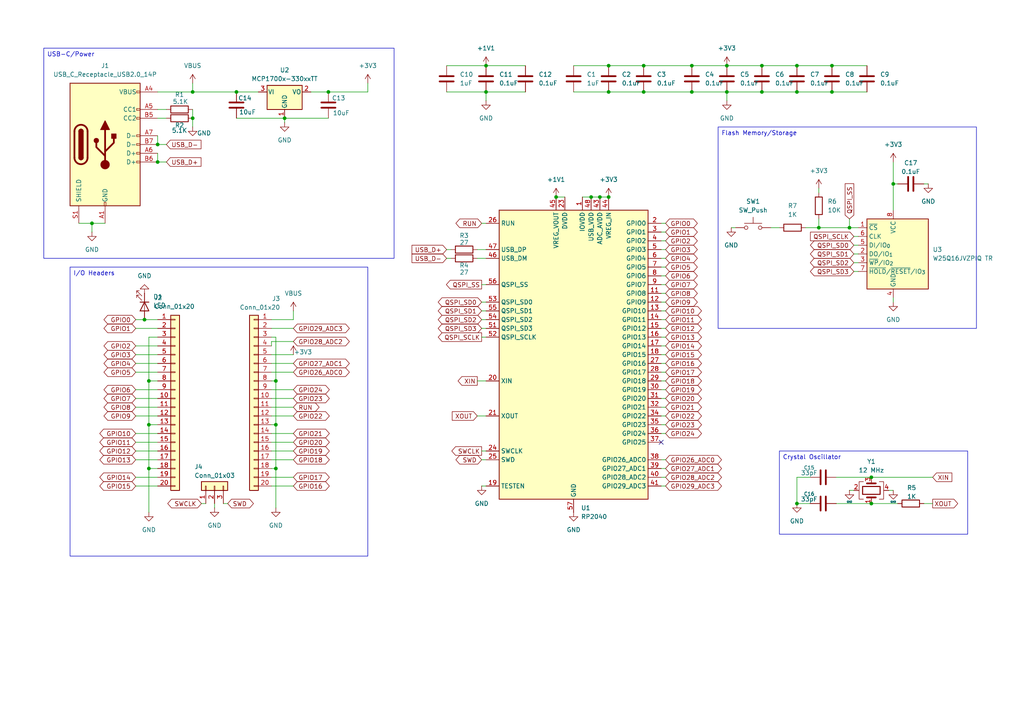
<source format=kicad_sch>
(kicad_sch (version 20250114) (generator "eeschema") (generator_version "9.0")
  (paper "A4")
  (lib_symbols
    (symbol "Connector:USB_C_Receptacle_USB2.0_14P" (pin_names (offset 1.016))
      (property "Reference" "J" (at 0 22.225 0))
      (property "Value" "USB_C_Receptacle_USB2.0_14P" (at 0 19.685 0))
      (symbol "USB_C_Receptacle_USB2.0_14P_1_1"
        (pin passive line (at -7.62 -22.86 90) (length 5.08) (name "SHIELD") (number "S1"))
        (pin passive line (at 0 -22.86 90) (length 5.08) (name "GND") (number "A1"))
        (pin passive line (at 0 -22.86 90) (length 5.08) (hide yes) (name "GND") (number "A12"))
        (pin passive line (at 0 -22.86 90) (length 5.08) (hide yes) (name "GND") (number "B1"))
        (pin passive line (at 0 -22.86 90) (length 5.08) (hide yes) (name "GND") (number "B12"))
        (pin passive line (at 15.24 15.24 180) (length 5.08) (name "VBUS") (number "A4"))
        (pin passive line (at 15.24 15.24 180) (length 5.08) (hide yes) (name "VBUS") (number "A9"))
        (pin passive line (at 15.24 15.24 180) (length 5.08) (hide yes) (name "VBUS") (number "B4"))
        (pin passive line (at 15.24 15.24 180) (length 5.08) (hide yes) (name "VBUS") (number "B9"))
        (pin bidirectional line (at 15.24 10.16 180) (length 5.08) (name "CC1") (number "A5"))
        (pin bidirectional line (at 15.24 7.62 180) (length 5.08) (name "CC2") (number "B5"))
        (pin bidirectional line (at 15.24 2.54 180) (length 5.08) (name "D-") (number "A7"))
        (pin bidirectional line (at 15.24 0 180) (length 5.08) (name "D-") (number "B7"))
        (pin bidirectional line (at 15.24 -2.54 180) (length 5.08) (name "D+") (number "A6"))
        (pin bidirectional line (at 15.24 -5.08 180) (length 5.08) (name "D+") (number "B6"))
      )
    )
    (symbol "Connector_Generic:Conn_01x03" (pin_names (offset 1.016) (hide yes))
      (property "Reference" "J" (at 0 5.08 0))
      (property "Value" "Conn_01x03" (at 0 -5.08 0))
      (symbol "Conn_01x03_1_1"
        (pin passive line (at -5.08 2.54 0) (length 3.81) (name "Pin_1") (number "1"))
        (pin passive line (at -5.08 0 0) (length 3.81) (name "Pin_2") (number "2"))
        (pin passive line (at -5.08 -2.54 0) (length 3.81) (name "Pin_3") (number "3"))
      )
    )
    (symbol "Connector_Generic:Conn_01x20" (pin_names (offset 1.016) (hide yes))
      (property "Reference" "J" (at 0 25.4 0))
      (property "Value" "Conn_01x20" (at 0 -27.94 0))
      (symbol "Conn_01x20_1_1"
        (pin passive line (at -5.08 22.86 0) (length 3.81) (name "Pin_1") (number "1"))
        (pin passive line (at -5.08 20.32 0) (length 3.81) (name "Pin_2") (number "2"))
        (pin passive line (at -5.08 17.78 0) (length 3.81) (name "Pin_3") (number "3"))
        (pin passive line (at -5.08 15.24 0) (length 3.81) (name "Pin_4") (number "4"))
        (pin passive line (at -5.08 12.7 0) (length 3.81) (name "Pin_5") (number "5"))
        (pin passive line (at -5.08 10.16 0) (length 3.81) (name "Pin_6") (number "6"))
        (pin passive line (at -5.08 7.62 0) (length 3.81) (name "Pin_7") (number "7"))
        (pin passive line (at -5.08 5.08 0) (length 3.81) (name "Pin_8") (number "8"))
        (pin passive line (at -5.08 2.54 0) (length 3.81) (name "Pin_9") (number "9"))
        (pin passive line (at -5.08 0 0) (length 3.81) (name "Pin_10") (number "10"))
        (pin passive line (at -5.08 -2.54 0) (length 3.81) (name "Pin_11") (number "11"))
        (pin passive line (at -5.08 -5.08 0) (length 3.81) (name "Pin_12") (number "12"))
        (pin passive line (at -5.08 -7.62 0) (length 3.81) (name "Pin_13") (number "13"))
        (pin passive line (at -5.08 -10.16 0) (length 3.81) (name "Pin_14") (number "14"))
        (pin passive line (at -5.08 -12.7 0) (length 3.81) (name "Pin_15") (number "15"))
        (pin passive line (at -5.08 -15.24 0) (length 3.81) (name "Pin_16") (number "16"))
        (pin passive line (at -5.08 -17.78 0) (length 3.81) (name "Pin_17") (number "17"))
        (pin passive line (at -5.08 -20.32 0) (length 3.81) (name "Pin_18") (number "18"))
        (pin passive line (at -5.08 -22.86 0) (length 3.81) (name "Pin_19") (number "19"))
        (pin passive line (at -5.08 -25.4 0) (length 3.81) (name "Pin_20") (number "20"))
      )
    )
    (symbol "Device:C" (pin_numbers (hide yes)) (pin_names (offset 0.254))
      (property "Reference" "C" (at 0.635 2.54 0))
      (property "Value" "C" (at 0.635 -2.54 0))
      (symbol "C_1_1"
        (pin passive line (at 0 3.81 270) (length 2.794) (name "~") (number "1"))
        (pin passive line (at 0 -3.81 90) (length 2.794) (name "~") (number "2"))
      )
    )
    (symbol "Device:Crystal_GND24" (pin_names (offset 1.016) (hide yes))
      (property "Reference" "Y" (at 3.175 5.08 0))
      (property "Value" "Crystal_GND24" (at 3.175 3.175 0))
      (symbol "Crystal_GND24_1_1"
        (pin passive line (at -3.81 0 0) (length 1.27) (name "1") (number "1"))
        (pin passive line (at 0 5.08 270) (length 1.27) (name "2") (number "2"))
        (pin passive line (at 0 -5.08 90) (length 1.27) (name "4") (number "4"))
        (pin passive line (at 3.81 0 180) (length 1.27) (name "3") (number "3"))
      )
    )
    (symbol "Device:LED" (pin_numbers (hide yes)) (pin_names (offset 1.016) (hide yes))
      (property "Reference" "D" (at 0 2.54 0))
      (property "Value" "LED" (at 0 -2.54 0))
      (symbol "LED_1_1"
        (pin passive line (at -3.81 0 0) (length 2.54) (name "K") (number "1"))
        (pin passive line (at 3.81 0 180) (length 2.54) (name "A") (number "2"))
      )
    )
    (symbol "Device:R" (pin_numbers (hide yes)) (pin_names (offset 0))
      (property "Reference" "R" (at 2.032 0 90))
      (property "Value" "R" (at 0 0 90))
      (symbol "R_1_1"
        (pin passive line (at 0 3.81 270) (length 1.27) (name "~") (number "1"))
        (pin passive line (at 0 -3.81 90) (length 1.27) (name "~") (number "2"))
      )
    )
    (symbol "MCU_RaspberryPi:RP2040"
      (property "Reference" "U" (at 17.78 45.72 0))
      (property "Value" "RP2040" (at 17.78 43.18 0))
      (symbol "RP2040_1_1"
        (pin input line (at -25.4 38.1 0) (length 3.81) (name "RUN") (number "26"))
        (pin bidirectional line (at -25.4 30.48 0) (length 3.81) (name "USB_DP") (number "47"))
        (pin bidirectional line (at -25.4 27.94 0) (length 3.81) (name "USB_DM") (number "46"))
        (pin bidirectional line (at -25.4 20.32 0) (length 3.81) (name "QSPI_SS") (number "56"))
        (pin bidirectional line (at -25.4 15.24 0) (length 3.81) (name "QSPI_SD0") (number "53"))
        (pin bidirectional line (at -25.4 12.7 0) (length 3.81) (name "QSPI_SD1") (number "55"))
        (pin bidirectional line (at -25.4 10.16 0) (length 3.81) (name "QSPI_SD2") (number "54"))
        (pin bidirectional line (at -25.4 7.62 0) (length 3.81) (name "QSPI_SD3") (number "51"))
        (pin output line (at -25.4 5.08 0) (length 3.81) (name "QSPI_SCLK") (number "52"))
        (pin input line (at -25.4 -7.62 0) (length 3.81) (name "XIN") (number "20"))
        (pin passive line (at -25.4 -17.78 0) (length 3.81) (name "XOUT") (number "21"))
        (pin input line (at -25.4 -27.94 0) (length 3.81) (name "SWCLK") (number "24"))
        (pin bidirectional line (at -25.4 -30.48 0) (length 3.81) (name "SWD") (number "25"))
        (pin input line (at -25.4 -38.1 0) (length 3.81) (name "TESTEN") (number "19"))
        (pin power_out line (at -5.08 45.72 270) (length 3.81) (name "VREG_VOUT") (number "45"))
        (pin power_in line (at -2.54 45.72 270) (length 3.81) (name "DVDD") (number "23"))
        (pin passive line (at -2.54 45.72 270) (length 3.81) (hide yes) (name "DVDD") (number "50"))
        (pin power_in line (at 0 -45.72 90) (length 3.81) (name "GND") (number "57"))
        (pin power_in line (at 2.54 45.72 270) (length 3.81) (name "IOVDD") (number "1"))
        (pin passive line (at 2.54 45.72 270) (length 3.81) (hide yes) (name "IOVDD") (number "10"))
        (pin passive line (at 2.54 45.72 270) (length 3.81) (hide yes) (name "IOVDD") (number "22"))
        (pin passive line (at 2.54 45.72 270) (length 3.81) (hide yes) (name "IOVDD") (number "33"))
        (pin passive line (at 2.54 45.72 270) (length 3.81) (hide yes) (name "IOVDD") (number "42"))
        (pin passive line (at 2.54 45.72 270) (length 3.81) (hide yes) (name "IOVDD") (number "49"))
        (pin power_in line (at 5.08 45.72 270) (length 3.81) (name "USB_VDD") (number "48"))
        (pin power_in line (at 7.62 45.72 270) (length 3.81) (name "ADC_AVDD") (number "43"))
        (pin power_in line (at 10.16 45.72 270) (length 3.81) (name "VREG_IN") (number "44"))
        (pin bidirectional line (at 25.4 38.1 180) (length 3.81) (name "GPIO0") (number "2"))
        (pin bidirectional line (at 25.4 35.56 180) (length 3.81) (name "GPIO1") (number "3"))
        (pin bidirectional line (at 25.4 33.02 180) (length 3.81) (name "GPIO2") (number "4"))
        (pin bidirectional line (at 25.4 30.48 180) (length 3.81) (name "GPIO3") (number "5"))
        (pin bidirectional line (at 25.4 27.94 180) (length 3.81) (name "GPIO4") (number "6"))
        (pin bidirectional line (at 25.4 25.4 180) (length 3.81) (name "GPIO5") (number "7"))
        (pin bidirectional line (at 25.4 22.86 180) (length 3.81) (name "GPIO6") (number "8"))
        (pin bidirectional line (at 25.4 20.32 180) (length 3.81) (name "GPIO7") (number "9"))
        (pin bidirectional line (at 25.4 17.78 180) (length 3.81) (name "GPIO8") (number "11"))
        (pin bidirectional line (at 25.4 15.24 180) (length 3.81) (name "GPIO9") (number "12"))
        (pin bidirectional line (at 25.4 12.7 180) (length 3.81) (name "GPIO10") (number "13"))
        (pin bidirectional line (at 25.4 10.16 180) (length 3.81) (name "GPIO11") (number "14"))
        (pin bidirectional line (at 25.4 7.62 180) (length 3.81) (name "GPIO12") (number "15"))
        (pin bidirectional line (at 25.4 5.08 180) (length 3.81) (name "GPIO13") (number "16"))
        (pin bidirectional line (at 25.4 2.54 180) (length 3.81) (name "GPIO14") (number "17"))
        (pin bidirectional line (at 25.4 0 180) (length 3.81) (name "GPIO15") (number "18"))
        (pin bidirectional line (at 25.4 -2.54 180) (length 3.81) (name "GPIO16") (number "27"))
        (pin bidirectional line (at 25.4 -5.08 180) (length 3.81) (name "GPIO17") (number "28"))
        (pin bidirectional line (at 25.4 -7.62 180) (length 3.81) (name "GPIO18") (number "29"))
        (pin bidirectional line (at 25.4 -10.16 180) (length 3.81) (name "GPIO19") (number "30"))
        (pin bidirectional line (at 25.4 -12.7 180) (length 3.81) (name "GPIO20") (number "31"))
        (pin bidirectional line (at 25.4 -15.24 180) (length 3.81) (name "GPIO21") (number "32"))
        (pin bidirectional line (at 25.4 -17.78 180) (length 3.81) (name "GPIO22") (number "34"))
        (pin bidirectional line (at 25.4 -20.32 180) (length 3.81) (name "GPIO23") (number "35"))
        (pin bidirectional line (at 25.4 -22.86 180) (length 3.81) (name "GPIO24") (number "36"))
        (pin bidirectional line (at 25.4 -25.4 180) (length 3.81) (name "GPIO25") (number "37"))
        (pin bidirectional line (at 25.4 -30.48 180) (length 3.81) (name "GPIO26_ADC0") (number "38"))
        (pin bidirectional line (at 25.4 -33.02 180) (length 3.81) (name "GPIO27_ADC1") (number "39"))
        (pin bidirectional line (at 25.4 -35.56 180) (length 3.81) (name "GPIO28_ADC2") (number "40"))
        (pin bidirectional line (at 25.4 -38.1 180) (length 3.81) (name "GPIO29_ADC3") (number "41"))
      )
    )
    (symbol "Memory_Flash:W25Q128JVS"
      (property "Reference" "U" (at -6.35 11.43 0))
      (property "Value" "W25Q128JVS" (at 7.62 11.43 0))
      (symbol "W25Q128JVS_1_1"
        (pin input line (at -10.16 7.62 0) (length 2.54) (name "~{CS}") (number "1"))
        (pin input line (at -10.16 5.08 0) (length 2.54) (name "CLK") (number "6"))
        (pin bidirectional line (at -10.16 2.54 0) (length 2.54) (name "DI/IO_{0}") (number "5"))
        (pin bidirectional line (at -10.16 0 0) (length 2.54) (name "DO/IO_{1}") (number "2"))
        (pin bidirectional line (at -10.16 -2.54 0) (length 2.54) (name "~{WP}/IO_{2}") (number "3"))
        (pin bidirectional line (at -10.16 -5.08 0) (length 2.54) (name "~{HOLD}/~{RESET}/IO_{3}") (number "7"))
        (pin power_in line (at 0 12.7 270) (length 2.54) (name "VCC") (number "8"))
        (pin power_in line (at 0 -12.7 90) (length 2.54) (name "GND") (number "4"))
      )
    )
    (symbol "Regulator_Linear:MCP1700x-330xxTT" (pin_names (offset 0.254))
      (property "Reference" "U" (at -3.81 3.175 0))
      (property "Value" "MCP1700x-330xxTT" (at 0 3.175 0))
      (symbol "MCP1700x-330xxTT_1_1"
        (pin power_in line (at -7.62 0 0) (length 2.54) (name "VI") (number "3"))
        (pin power_in line (at 0 -7.62 90) (length 2.54) (name "GND") (number "1"))
        (pin power_out line (at 7.62 0 180) (length 2.54) (name "VO") (number "2"))
      )
    )
    (symbol "Switch:SW_Push" (pin_numbers (hide yes)) (pin_names (offset 1.016) (hide yes))
      (property "Reference" "SW" (at 1.27 2.54 0))
      (property "Value" "SW_Push" (at 0 -1.524 0))
      (symbol "SW_Push_0_1"
        (pin passive line (at -5.08 0 0) (length 2.54) (name "1") (number "1"))
        (pin passive line (at 5.08 0 180) (length 2.54) (name "2") (number "2"))
      )
    )
    (symbol "power:+1V1" (power) (pin_numbers (hide yes)) (pin_names (offset 0) (hide yes))
      (property "Value" "+1V1" (at 0 3.556 0))
      (symbol "+1V1_1_1"
        (pin power_in line (at 0 0 90) (length 0) (name "~") (number "1"))
      )
    )
    (symbol "power:+3V3" (power) (pin_numbers (hide yes)) (pin_names (offset 0) (hide yes))
      (property "Value" "+3V3" (at 0 3.556 0))
      (symbol "+3V3_1_1"
        (pin power_in line (at 0 0 90) (length 0) (name "~") (number "1"))
      )
    )
    (symbol "power:GND" (power) (pin_numbers (hide yes)) (pin_names (offset 0) (hide yes))
      (property "Value" "GND" (at 0 -3.81 0))
      (symbol "GND_1_1"
        (pin power_in line (at 0 0 270) (length 0) (name "~") (number "1"))
      )
    )
    (symbol "power:VBUS" (power) (pin_numbers (hide yes)) (pin_names (offset 0) (hide yes))
      (property "Value" "VBUS" (at 0 3.556 0))
      (symbol "VBUS_1_1"
        (pin power_in line (at 0 0 90) (length 0) (name "~") (number "1"))
      )
    )
  )
  (text_box "I/O Headers" (at 20.32 77.47 0) (size 86.36 83.82) (margins 0.9525 0.9525 0.9525 0.9525) (effects (font (size 1.27 1.27)) (justify left top)))
  (text_box "Flash Memory/Storage" (at 208.28 36.83 0) (size 74.93 58.42) (margins 0.9525 0.9525 0.9525 0.9525) (effects (font (size 1.27 1.27)) (justify left top)))
  (text_box "USB-C/Power" (at 12.7 13.97 0) (size 101.6 60.96) (margins 0.9525 0.9525 0.9525 0.9525) (effects (font (size 1.27 1.27)) (justify left top)))
  (text_box "Crystal Oscillator\n" (at 226.06 130.81 0) (size 54.61 24.13) (margins 0.9525 0.9525 0.9525 0.9525) (effects (font (size 1.27 1.27)) (justify left top)))
  (junction (at 241.3 19.05))
  (junction (at 140.97 26.67))
  (junction (at 55.88 34.29))
  (junction (at 231.14 19.05))
  (junction (at 200.66 26.67))
  (junction (at 161.29 57.15))
  (junction (at 252.73 138.43))
  (junction (at 80.01 123.19))
  (junction (at 43.18 123.19))
  (junction (at 173.99 57.15))
  (junction (at 241.3 26.67))
  (junction (at 186.69 19.05))
  (junction (at 200.66 19.05))
  (junction (at 176.53 57.15))
  (junction (at 237.49 66.04))
  (junction (at 55.88 26.67))
  (junction (at 41.91 92.71))
  (junction (at 68.58 26.67))
  (junction (at 210.82 19.05))
  (junction (at 82.55 34.29))
  (junction (at 95.25 26.67))
  (junction (at 43.18 110.49))
  (junction (at 210.82 26.67))
  (junction (at 186.69 26.67))
  (junction (at 220.98 26.67))
  (junction (at 252.73 146.05))
  (junction (at 231.14 26.67))
  (junction (at 80.01 135.89))
  (junction (at 220.98 19.05))
  (junction (at 43.18 135.89))
  (junction (at 171.45 57.15))
  (junction (at 231.14 146.05))
  (junction (at 259.08 53.34))
  (junction (at 80.01 110.49))
  (junction (at 246.38 66.04))
  (junction (at 140.97 19.05))
  (junction (at 26.67 64.77))
  (junction (at 176.53 19.05))
  (junction (at 176.53 26.67))
  (junction (at 45.72 46.99))
  (junction (at 45.72 41.91))
  (no_connect (at 191.77 128.27))
  (wire (pts (xy 257.81 142.24) (xy 259.08 142.24)))
  (wire (pts (xy 39.37 102.87) (xy 45.72 102.87)))
  (wire (pts (xy 43.18 97.79) (xy 43.18 110.49)))
  (wire (pts (xy 139.7 140.97) (xy 140.97 140.97)))
  (wire (pts (xy 246.38 63.5) (xy 246.38 66.04)))
  (wire (pts (xy 139.7 130.81) (xy 140.97 130.81)))
  (wire (pts (xy 191.77 115.57) (xy 193.04 115.57)))
  (wire (pts (xy 78.74 99.06) (xy 78.74 100.33)))
  (wire (pts (xy 259.08 53.34) (xy 259.08 60.96)))
  (wire (pts (xy 39.37 92.71) (xy 41.91 92.71)))
  (wire (pts (xy 78.74 125.73) (xy 85.09 125.73)))
  (wire (pts (xy 85.09 99.06) (xy 78.74 99.06)))
  (wire (pts (xy 45.72 34.29) (xy 48.26 34.29)))
  (wire (pts (xy 191.77 64.77) (xy 193.04 64.77)))
  (wire (pts (xy 45.72 31.75) (xy 48.26 31.75)))
  (wire (pts (xy 55.88 36.83) (xy 55.88 34.29)))
  (wire (pts (xy 191.77 74.93) (xy 193.04 74.93)))
  (wire (pts (xy 45.72 26.67) (xy 55.88 26.67)))
  (wire (pts (xy 39.37 128.27) (xy 45.72 128.27)))
  (wire (pts (xy 78.74 97.79) (xy 80.01 97.79)))
  (wire (pts (xy 78.74 138.43) (xy 85.09 138.43)))
  (wire (pts (xy 191.77 80.01) (xy 193.04 80.01)))
  (wire (pts (xy 267.97 53.34) (xy 269.24 53.34)))
  (wire (pts (xy 55.88 24.13) (xy 55.88 26.67)))
  (wire (pts (xy 39.37 118.11) (xy 45.72 118.11)))
  (wire (pts (xy 191.77 113.03) (xy 193.04 113.03)))
  (wire (pts (xy 129.54 72.39) (xy 130.81 72.39)))
  (wire (pts (xy 129.54 19.05) (xy 140.97 19.05)))
  (wire (pts (xy 252.73 146.05) (xy 260.35 146.05)))
  (wire (pts (xy 220.98 26.67) (xy 231.14 26.67)))
  (wire (pts (xy 186.69 19.05) (xy 200.66 19.05)))
  (wire (pts (xy 223.52 66.04) (xy 226.06 66.04)))
  (wire (pts (xy 139.7 90.17) (xy 140.97 90.17)))
  (wire (pts (xy 191.77 133.35) (xy 193.04 133.35)))
  (wire (pts (xy 191.77 97.79) (xy 193.04 97.79)))
  (wire (pts (xy 80.01 110.49) (xy 78.74 110.49)))
  (wire (pts (xy 78.74 105.41) (xy 85.09 105.41)))
  (wire (pts (xy 78.74 113.03) (xy 85.09 113.03)))
  (wire (pts (xy 191.77 102.87) (xy 193.04 102.87)))
  (wire (pts (xy 173.99 57.15) (xy 176.53 57.15)))
  (wire (pts (xy 247.65 76.2) (xy 248.92 76.2)))
  (wire (pts (xy 191.77 72.39) (xy 193.04 72.39)))
  (wire (pts (xy 39.37 138.43) (xy 45.72 138.43)))
  (wire (pts (xy 191.77 125.73) (xy 193.04 125.73)))
  (wire (pts (xy 231.14 19.05) (xy 241.3 19.05)))
  (wire (pts (xy 39.37 100.33) (xy 45.72 100.33)))
  (wire (pts (xy 140.97 29.21) (xy 140.97 26.67)))
  (wire (pts (xy 237.49 63.5) (xy 237.49 66.04)))
  (wire (pts (xy 210.82 26.67) (xy 220.98 26.67)))
  (wire (pts (xy 191.77 67.31) (xy 193.04 67.31)))
  (wire (pts (xy 191.77 140.97) (xy 193.04 140.97)))
  (wire (pts (xy 191.77 135.89) (xy 193.04 135.89)))
  (wire (pts (xy 80.01 97.79) (xy 80.01 110.49)))
  (wire (pts (xy 168.91 57.15) (xy 171.45 57.15)))
  (wire (pts (xy 85.09 90.17) (xy 85.09 92.71)))
  (wire (pts (xy 78.74 120.65) (xy 85.09 120.65)))
  (wire (pts (xy 82.55 34.29) (xy 95.25 34.29)))
  (wire (pts (xy 267.97 146.05) (xy 270.51 146.05)))
  (wire (pts (xy 231.14 138.43) (xy 231.14 146.05)))
  (wire (pts (xy 191.77 138.43) (xy 193.04 138.43)))
  (wire (pts (xy 231.14 146.05) (xy 234.95 146.05)))
  (wire (pts (xy 43.18 123.19) (xy 45.72 123.19)))
  (wire (pts (xy 138.43 110.49) (xy 140.97 110.49)))
  (wire (pts (xy 78.74 95.25) (xy 85.09 95.25)))
  (wire (pts (xy 191.77 90.17) (xy 193.04 90.17)))
  (wire (pts (xy 43.18 135.89) (xy 43.18 148.59)))
  (wire (pts (xy 80.01 135.89) (xy 78.74 135.89)))
  (wire (pts (xy 210.82 29.21) (xy 210.82 26.67)))
  (wire (pts (xy 39.37 125.73) (xy 45.72 125.73)))
  (wire (pts (xy 39.37 140.97) (xy 45.72 140.97)))
  (wire (pts (xy 233.68 66.04) (xy 237.49 66.04)))
  (wire (pts (xy 68.58 34.29) (xy 82.55 34.29)))
  (wire (pts (xy 26.67 64.77) (xy 30.48 64.77)))
  (wire (pts (xy 241.3 19.05) (xy 251.46 19.05)))
  (wire (pts (xy 139.7 64.77) (xy 140.97 64.77)))
  (wire (pts (xy 191.77 118.11) (xy 193.04 118.11)))
  (wire (pts (xy 140.97 26.67) (xy 152.4 26.67)))
  (wire (pts (xy 138.43 120.65) (xy 140.97 120.65)))
  (wire (pts (xy 39.37 120.65) (xy 45.72 120.65)))
  (wire (pts (xy 191.77 110.49) (xy 193.04 110.49)))
  (wire (pts (xy 68.58 26.67) (xy 74.93 26.67)))
  (wire (pts (xy 259.08 53.34) (xy 260.35 53.34)))
  (wire (pts (xy 78.74 118.11) (xy 85.09 118.11)))
  (wire (pts (xy 80.01 123.19) (xy 80.01 135.89)))
  (wire (pts (xy 237.49 54.61) (xy 237.49 55.88)))
  (wire (pts (xy 212.09 66.04) (xy 213.36 66.04)))
  (wire (pts (xy 259.08 46.99) (xy 259.08 53.34)))
  (wire (pts (xy 191.77 92.71) (xy 193.04 92.71)))
  (wire (pts (xy 246.38 66.04) (xy 248.92 66.04)))
  (wire (pts (xy 171.45 57.15) (xy 173.99 57.15)))
  (wire (pts (xy 80.01 123.19) (xy 78.74 123.19)))
  (wire (pts (xy 43.18 110.49) (xy 45.72 110.49)))
  (wire (pts (xy 237.49 66.04) (xy 246.38 66.04)))
  (wire (pts (xy 176.53 26.67) (xy 186.69 26.67)))
  (wire (pts (xy 139.7 95.25) (xy 140.97 95.25)))
  (wire (pts (xy 55.88 31.75) (xy 55.88 34.29)))
  (wire (pts (xy 106.68 26.67) (xy 95.25 26.67)))
  (wire (pts (xy 39.37 133.35) (xy 45.72 133.35)))
  (wire (pts (xy 39.37 115.57) (xy 45.72 115.57)))
  (wire (pts (xy 78.74 115.57) (xy 85.09 115.57)))
  (wire (pts (xy 166.37 19.05) (xy 176.53 19.05)))
  (wire (pts (xy 191.77 105.41) (xy 193.04 105.41)))
  (wire (pts (xy 220.98 19.05) (xy 231.14 19.05)))
  (wire (pts (xy 41.91 92.71) (xy 45.72 92.71)))
  (wire (pts (xy 62.23 146.05) (xy 62.23 147.32)))
  (wire (pts (xy 242.57 146.05) (xy 252.73 146.05)))
  (wire (pts (xy 43.18 135.89) (xy 45.72 135.89)))
  (wire (pts (xy 78.74 133.35) (xy 85.09 133.35)))
  (wire (pts (xy 259.08 86.36) (xy 259.08 87.63)))
  (wire (pts (xy 241.3 26.67) (xy 251.46 26.67)))
  (wire (pts (xy 186.69 26.67) (xy 200.66 26.67)))
  (wire (pts (xy 39.37 105.41) (xy 45.72 105.41)))
  (wire (pts (xy 26.67 67.31) (xy 26.67 64.77)))
  (wire (pts (xy 200.66 26.67) (xy 210.82 26.67)))
  (wire (pts (xy 191.77 69.85) (xy 193.04 69.85)))
  (wire (pts (xy 39.37 95.25) (xy 45.72 95.25)))
  (wire (pts (xy 85.09 92.71) (xy 78.74 92.71)))
  (wire (pts (xy 140.97 19.05) (xy 152.4 19.05)))
  (wire (pts (xy 78.74 140.97) (xy 85.09 140.97)))
  (wire (pts (xy 247.65 68.58) (xy 248.92 68.58)))
  (wire (pts (xy 247.65 71.12) (xy 248.92 71.12)))
  (wire (pts (xy 39.37 107.95) (xy 45.72 107.95)))
  (wire (pts (xy 80.01 135.89) (xy 80.01 147.32)))
  (wire (pts (xy 129.54 26.67) (xy 140.97 26.67)))
  (wire (pts (xy 39.37 130.81) (xy 45.72 130.81)))
  (wire (pts (xy 139.7 97.79) (xy 140.97 97.79)))
  (wire (pts (xy 191.77 123.19) (xy 193.04 123.19)))
  (wire (pts (xy 139.7 92.71) (xy 140.97 92.71)))
  (wire (pts (xy 139.7 82.55) (xy 140.97 82.55)))
  (wire (pts (xy 231.14 26.67) (xy 241.3 26.67)))
  (wire (pts (xy 43.18 110.49) (xy 43.18 123.19)))
  (wire (pts (xy 64.77 146.05) (xy 66.04 146.05)))
  (wire (pts (xy 90.17 26.67) (xy 95.25 26.67)))
  (wire (pts (xy 45.72 39.37) (xy 45.72 41.91)))
  (wire (pts (xy 39.37 113.03) (xy 45.72 113.03)))
  (wire (pts (xy 191.77 107.95) (xy 193.04 107.95)))
  (wire (pts (xy 45.72 97.79) (xy 43.18 97.79)))
  (wire (pts (xy 234.95 138.43) (xy 231.14 138.43)))
  (wire (pts (xy 200.66 19.05) (xy 210.82 19.05)))
  (wire (pts (xy 191.77 82.55) (xy 193.04 82.55)))
  (wire (pts (xy 45.72 44.45) (xy 45.72 46.99)))
  (wire (pts (xy 138.43 72.39) (xy 140.97 72.39)))
  (wire (pts (xy 242.57 138.43) (xy 252.73 138.43)))
  (wire (pts (xy 82.55 34.29) (xy 82.55 35.56)))
  (wire (pts (xy 191.77 120.65) (xy 193.04 120.65)))
  (wire (pts (xy 161.29 57.15) (xy 163.83 57.15)))
  (wire (pts (xy 80.01 110.49) (xy 80.01 123.19)))
  (wire (pts (xy 191.77 85.09) (xy 193.04 85.09)))
  (wire (pts (xy 210.82 19.05) (xy 220.98 19.05)))
  (wire (pts (xy 78.74 107.95) (xy 85.09 107.95)))
  (wire (pts (xy 139.7 87.63) (xy 140.97 87.63)))
  (wire (pts (xy 252.73 138.43) (xy 270.51 138.43)))
  (wire (pts (xy 22.86 64.77) (xy 26.67 64.77)))
  (wire (pts (xy 55.88 26.67) (xy 68.58 26.67)))
  (wire (pts (xy 166.37 26.67) (xy 176.53 26.67)))
  (wire (pts (xy 139.7 133.35) (xy 140.97 133.35)))
  (wire (pts (xy 78.74 102.87) (xy 85.09 102.87)))
  (wire (pts (xy 48.26 41.91) (xy 45.72 41.91)))
  (wire (pts (xy 43.18 123.19) (xy 43.18 135.89)))
  (wire (pts (xy 246.38 142.24) (xy 247.65 142.24)))
  (wire (pts (xy 138.43 74.93) (xy 140.97 74.93)))
  (wire (pts (xy 176.53 19.05) (xy 186.69 19.05)))
  (wire (pts (xy 191.77 77.47) (xy 193.04 77.47)))
  (wire (pts (xy 191.77 95.25) (xy 193.04 95.25)))
  (wire (pts (xy 191.77 100.33) (xy 193.04 100.33)))
  (wire (pts (xy 106.68 24.13) (xy 106.68 26.67)))
  (wire (pts (xy 78.74 128.27) (xy 85.09 128.27)))
  (wire (pts (xy 247.65 73.66) (xy 248.92 73.66)))
  (wire (pts (xy 45.72 46.99) (xy 48.26 46.99)))
  (wire (pts (xy 58.42 146.05) (xy 59.69 146.05)))
  (wire (pts (xy 191.77 87.63) (xy 193.04 87.63)))
  (wire (pts (xy 129.54 74.93) (xy 130.81 74.93)))
  (wire (pts (xy 247.65 78.74) (xy 248.92 78.74)))
  (wire (pts (xy 78.74 130.81) (xy 85.09 130.81)))
  (global_label "GPIO4" (shape bidirectional) (at 193.04 74.93 0) (property "Intersheetrefs" "${INTERSHEET_REFS}" (effects (hide yes))))
  (global_label "GPIO1" (shape bidirectional) (at 39.37 95.25 180) (property "Intersheetrefs" "${INTERSHEET_REFS}" (effects (hide yes))))
  (global_label "RUN" (shape bidirectional) (at 85.09 118.11 0) (property "Intersheetrefs" "${INTERSHEET_REFS}" (effects (hide yes))))
  (global_label "GPIO22" (shape bidirectional) (at 193.04 120.65 0) (property "Intersheetrefs" "${INTERSHEET_REFS}" (effects (hide yes))))
  (global_label "GPIO11" (shape bidirectional) (at 39.37 128.27 180) (property "Intersheetrefs" "${INTERSHEET_REFS}" (effects (hide yes))))
  (global_label "GPIO19" (shape bidirectional) (at 85.09 130.81 0) (property "Intersheetrefs" "${INTERSHEET_REFS}" (effects (hide yes))))
  (global_label "QSPI_SS" (shape input) (at 246.38 63.5 90) (property "Intersheetrefs" "${INTERSHEET_REFS}" (effects (hide yes))))
  (global_label "XIN" (shape output) (at 138.43 110.49 180) (property "Intersheetrefs" "${INTERSHEET_REFS}" (effects (hide yes))))
  (global_label "GPIO26_ADC0" (shape bidirectional) (at 85.09 107.95 0) (property "Intersheetrefs" "${INTERSHEET_REFS}" (effects (hide yes))))
  (global_label "QSPI_SD3" (shape bidirectional) (at 247.65 78.74 180) (property "Intersheetrefs" "${INTERSHEET_REFS}" (effects (hide yes))))
  (global_label "GPIO16" (shape bidirectional) (at 85.09 140.97 0) (property "Intersheetrefs" "${INTERSHEET_REFS}" (effects (hide yes))))
  (global_label "GPIO5" (shape bidirectional) (at 39.37 107.95 180) (property "Intersheetrefs" "${INTERSHEET_REFS}" (effects (hide yes))))
  (global_label "GPIO9" (shape bidirectional) (at 193.04 87.63 0) (property "Intersheetrefs" "${INTERSHEET_REFS}" (effects (hide yes))))
  (global_label "GPIO5" (shape bidirectional) (at 193.04 77.47 0) (property "Intersheetrefs" "${INTERSHEET_REFS}" (effects (hide yes))))
  (global_label "GPIO15" (shape bidirectional) (at 39.37 140.97 180) (property "Intersheetrefs" "${INTERSHEET_REFS}" (effects (hide yes))))
  (global_label "QSPI_SD1" (shape bidirectional) (at 247.65 73.66 180) (property "Intersheetrefs" "${INTERSHEET_REFS}" (effects (hide yes))))
  (global_label "GPIO12" (shape bidirectional) (at 39.37 130.81 180) (property "Intersheetrefs" "${INTERSHEET_REFS}" (effects (hide yes))))
  (global_label "GPIO10" (shape bidirectional) (at 193.04 90.17 0) (property "Intersheetrefs" "${INTERSHEET_REFS}" (effects (hide yes))))
  (global_label "GPIO10" (shape bidirectional) (at 39.37 125.73 180) (property "Intersheetrefs" "${INTERSHEET_REFS}" (effects (hide yes))))
  (global_label "GPIO13" (shape bidirectional) (at 193.04 97.79 0) (property "Intersheetrefs" "${INTERSHEET_REFS}" (effects (hide yes))))
  (global_label "USB_D-" (shape input) (at 48.26 41.91 0) (property "Intersheetrefs" "${INTERSHEET_REFS}" (effects (hide yes))))
  (global_label "GPIO23" (shape bidirectional) (at 85.09 115.57 0) (property "Intersheetrefs" "${INTERSHEET_REFS}" (effects (hide yes))))
  (global_label "GPIO14" (shape bidirectional) (at 193.04 100.33 0) (property "Intersheetrefs" "${INTERSHEET_REFS}" (effects (hide yes))))
  (global_label "GPIO7" (shape bidirectional) (at 193.04 82.55 0) (property "Intersheetrefs" "${INTERSHEET_REFS}" (effects (hide yes))))
  (global_label "QSPI_SD0" (shape bidirectional) (at 247.65 71.12 180) (property "Intersheetrefs" "${INTERSHEET_REFS}" (effects (hide yes))))
  (global_label "GPIO0" (shape bidirectional) (at 193.04 64.77 0) (property "Intersheetrefs" "${INTERSHEET_REFS}" (effects (hide yes))))
  (global_label "SWCLK" (shape bidirectional) (at 58.42 146.05 180) (property "Intersheetrefs" "${INTERSHEET_REFS}" (effects (hide yes))))
  (global_label "GPIO28_ADC2" (shape bidirectional) (at 193.04 138.43 0) (property "Intersheetrefs" "${INTERSHEET_REFS}" (effects (hide yes))))
  (global_label "QSPI_SD0" (shape bidirectional) (at 139.7 87.63 180) (property "Intersheetrefs" "${INTERSHEET_REFS}" (effects (hide yes))))
  (global_label "SWCLK" (shape output) (at 139.7 130.81 180) (property "Intersheetrefs" "${INTERSHEET_REFS}" (effects (hide yes))))
  (global_label "GPIO9" (shape bidirectional) (at 39.37 120.65 180) (property "Intersheetrefs" "${INTERSHEET_REFS}" (effects (hide yes))))
  (global_label "GPIO11" (shape bidirectional) (at 193.04 92.71 0) (property "Intersheetrefs" "${INTERSHEET_REFS}" (effects (hide yes))))
  (global_label "GPIO2" (shape bidirectional) (at 39.37 100.33 180) (property "Intersheetrefs" "${INTERSHEET_REFS}" (effects (hide yes))))
  (global_label "GPIO1" (shape bidirectional) (at 193.04 67.31 0) (property "Intersheetrefs" "${INTERSHEET_REFS}" (effects (hide yes))))
  (global_label "XIN" (shape input) (at 270.51 138.43 0) (property "Intersheetrefs" "${INTERSHEET_REFS}" (effects (hide yes))))
  (global_label "GPIO20" (shape bidirectional) (at 85.09 128.27 0) (property "Intersheetrefs" "${INTERSHEET_REFS}" (effects (hide yes))))
  (global_label "GPIO6" (shape bidirectional) (at 193.04 80.01 0) (property "Intersheetrefs" "${INTERSHEET_REFS}" (effects (hide yes))))
  (global_label "GPIO16" (shape bidirectional) (at 193.04 105.41 0) (property "Intersheetrefs" "${INTERSHEET_REFS}" (effects (hide yes))))
  (global_label "GPIO24" (shape bidirectional) (at 193.04 125.73 0) (property "Intersheetrefs" "${INTERSHEET_REFS}" (effects (hide yes))))
  (global_label "QSPI_SCLK" (shape input) (at 247.65 68.58 180) (property "Intersheetrefs" "${INTERSHEET_REFS}" (effects (hide yes))))
  (global_label "QSPI_SCLK" (shape output) (at 139.7 97.79 180) (property "Intersheetrefs" "${INTERSHEET_REFS}" (effects (hide yes))))
  (global_label "GPIO13" (shape bidirectional) (at 39.37 133.35 180) (property "Intersheetrefs" "${INTERSHEET_REFS}" (effects (hide yes))))
  (global_label "GPIO8" (shape bidirectional) (at 193.04 85.09 0) (property "Intersheetrefs" "${INTERSHEET_REFS}" (effects (hide yes))))
  (global_label "GPIO29_ADC3" (shape bidirectional) (at 193.04 140.97 0) (property "Intersheetrefs" "${INTERSHEET_REFS}" (effects (hide yes))))
  (global_label "GPIO7" (shape bidirectional) (at 39.37 115.57 180) (property "Intersheetrefs" "${INTERSHEET_REFS}" (effects (hide yes))))
  (global_label "GPIO20" (shape bidirectional) (at 193.04 115.57 0) (property "Intersheetrefs" "${INTERSHEET_REFS}" (effects (hide yes))))
  (global_label "USB_D+" (shape input) (at 129.54 72.39 180) (property "Intersheetrefs" "${INTERSHEET_REFS}" (effects (hide yes))))
  (global_label "GPIO21" (shape bidirectional) (at 85.09 125.73 0) (property "Intersheetrefs" "${INTERSHEET_REFS}" (effects (hide yes))))
  (global_label "GPIO27_ADC1" (shape bidirectional) (at 85.09 105.41 0) (property "Intersheetrefs" "${INTERSHEET_REFS}" (effects (hide yes))))
  (global_label "GPIO17" (shape bidirectional) (at 85.09 138.43 0) (property "Intersheetrefs" "${INTERSHEET_REFS}" (effects (hide yes))))
  (global_label "GPIO23" (shape bidirectional) (at 193.04 123.19 0) (property "Intersheetrefs" "${INTERSHEET_REFS}" (effects (hide yes))))
  (global_label "GPIO19" (shape bidirectional) (at 193.04 113.03 0) (property "Intersheetrefs" "${INTERSHEET_REFS}" (effects (hide yes))))
  (global_label "GPIO15" (shape bidirectional) (at 193.04 102.87 0) (property "Intersheetrefs" "${INTERSHEET_REFS}" (effects (hide yes))))
  (global_label "SWD" (shape bidirectional) (at 66.04 146.05 0) (property "Intersheetrefs" "${INTERSHEET_REFS}" (effects (hide yes))))
  (global_label "GPIO24" (shape bidirectional) (at 85.09 113.03 0) (property "Intersheetrefs" "${INTERSHEET_REFS}" (effects (hide yes))))
  (global_label "GPIO27_ADC1" (shape bidirectional) (at 193.04 135.89 0) (property "Intersheetrefs" "${INTERSHEET_REFS}" (effects (hide yes))))
  (global_label "GPIO26_ADC0" (shape bidirectional) (at 193.04 133.35 0) (property "Intersheetrefs" "${INTERSHEET_REFS}" (effects (hide yes))))
  (global_label "GPIO29_ADC3" (shape bidirectional) (at 85.09 95.25 0) (property "Intersheetrefs" "${INTERSHEET_REFS}" (effects (hide yes))))
  (global_label "SWD" (shape bidirectional) (at 139.7 133.35 180) (property "Intersheetrefs" "${INTERSHEET_REFS}" (effects (hide yes))))
  (global_label "XOUT" (shape input) (at 138.43 120.65 180) (property "Intersheetrefs" "${INTERSHEET_REFS}" (effects (hide yes))))
  (global_label "GPIO3" (shape bidirectional) (at 193.04 72.39 0) (property "Intersheetrefs" "${INTERSHEET_REFS}" (effects (hide yes))))
  (global_label "USB_D+" (shape input) (at 48.26 46.99 0) (property "Intersheetrefs" "${INTERSHEET_REFS}" (effects (hide yes))))
  (global_label "USB_D-" (shape input) (at 129.54 74.93 180) (property "Intersheetrefs" "${INTERSHEET_REFS}" (effects (hide yes))))
  (global_label "GPIO12" (shape bidirectional) (at 193.04 95.25 0) (property "Intersheetrefs" "${INTERSHEET_REFS}" (effects (hide yes))))
  (global_label "RUN" (shape bidirectional) (at 139.7 64.77 180) (property "Intersheetrefs" "${INTERSHEET_REFS}" (effects (hide yes))))
  (global_label "GPIO8" (shape bidirectional) (at 39.37 118.11 180) (property "Intersheetrefs" "${INTERSHEET_REFS}" (effects (hide yes))))
  (global_label "GPIO2" (shape bidirectional) (at 193.04 69.85 0) (property "Intersheetrefs" "${INTERSHEET_REFS}" (effects (hide yes))))
  (global_label "GPIO4" (shape bidirectional) (at 39.37 105.41 180) (property "Intersheetrefs" "${INTERSHEET_REFS}" (effects (hide yes))))
  (global_label "GPIO22" (shape bidirectional) (at 85.09 120.65 0) (property "Intersheetrefs" "${INTERSHEET_REFS}" (effects (hide yes))))
  (global_label "GPIO17" (shape bidirectional) (at 193.04 107.95 0) (property "Intersheetrefs" "${INTERSHEET_REFS}" (effects (hide yes))))
  (global_label "GPIO18" (shape bidirectional) (at 193.04 110.49 0) (property "Intersheetrefs" "${INTERSHEET_REFS}" (effects (hide yes))))
  (global_label "QSPI_SD2" (shape bidirectional) (at 247.65 76.2 180) (property "Intersheetrefs" "${INTERSHEET_REFS}" (effects (hide yes))))
  (global_label "QSPI_SD1" (shape bidirectional) (at 139.7 90.17 180) (property "Intersheetrefs" "${INTERSHEET_REFS}" (effects (hide yes))))
  (global_label "QSPI_SD2" (shape bidirectional) (at 139.7 92.71 180) (property "Intersheetrefs" "${INTERSHEET_REFS}" (effects (hide yes))))
  (global_label "GPIO21" (shape bidirectional) (at 193.04 118.11 0) (property "Intersheetrefs" "${INTERSHEET_REFS}" (effects (hide yes))))
  (global_label "QSPI_SD3" (shape bidirectional) (at 139.7 95.25 180) (property "Intersheetrefs" "${INTERSHEET_REFS}" (effects (hide yes))))
  (global_label "GPIO0" (shape bidirectional) (at 39.37 92.71 180) (property "Intersheetrefs" "${INTERSHEET_REFS}" (effects (hide yes))))
  (global_label "GPIO28_ADC2" (shape bidirectional) (at 85.09 99.06 0) (property "Intersheetrefs" "${INTERSHEET_REFS}" (effects (hide yes))))
  (global_label "GPIO14" (shape bidirectional) (at 39.37 138.43 180) (property "Intersheetrefs" "${INTERSHEET_REFS}" (effects (hide yes))))
  (global_label "GPIO18" (shape bidirectional) (at 85.09 133.35 0) (property "Intersheetrefs" "${INTERSHEET_REFS}" (effects (hide yes))))
  (global_label "GPIO3" (shape bidirectional) (at 39.37 102.87 180) (property "Intersheetrefs" "${INTERSHEET_REFS}" (effects (hide yes))))
  (global_label "QSPI_SS" (shape output) (at 139.7 82.55 180) (property "Intersheetrefs" "${INTERSHEET_REFS}" (effects (hide yes))))
  (global_label "GPIO6" (shape bidirectional) (at 39.37 113.03 180) (property "Intersheetrefs" "${INTERSHEET_REFS}" (effects (hide yes))))
  (global_label "XOUT" (shape output) (at 270.51 146.05 0) (property "Intersheetrefs" "${INTERSHEET_REFS}" (effects (hide yes))))
  (symbol (lib_id "Switch:SW_Push") (at 218.44 66.04 0) (unit 1)
    (property "Reference" "SW1" (at 218.44 58.42 0))
    (property "Value" "SW_Push" (at 218.44 60.96 0))
    (property "Footprint" "Button_Switch_SMD:SW_Push_SPST_NO_Alps_SKRK" (effects (hide yes)))
    (property "Description" "Push button switch, generic, two pins" (effects (hide yes)))
  )
  (symbol (lib_id "Device:C") (at 264.16 53.34 90) (unit 1)
    (property "Reference" "C17" (at 264.16 47.244 90))
    (property "Value" "0.1uF" (at 264.16 49.784 90))
    (property "Footprint" "Capacitor_SMD:C_0402_1005Metric" (effects (hide yes)))
    (property "Description" "Unpolarized capacitor" (effects (hide yes)))
  )
  (symbol (lib_id "Device:LED") (at 41.91 88.9 270) (unit 1)
    (property "Reference" "D1" (at 44.45 86.0424 90) (effects (justify left)))
    (property "Value" "LED" (at 44.45 88.5824 90) (effects (justify left)))
    (property "Footprint" "LED_SMD:LED_0805_2012Metric" (effects (hide yes)))
    (property "Description" "Light emitting diode" (effects (hide yes)))
    (property "Sim.Pins" "1=K 2=A" (effects (hide yes)))
  )
  (symbol (lib_id "Device:C") (at 200.66 22.86 0) (unit 1)
    (property "Reference" "C4" (at 204.47 21.5899 0) (effects (justify left)))
    (property "Value" "0.1uF" (at 204.47 24.1299 0) (effects (justify left)))
    (property "Footprint" "Capacitor_SMD:C_0402_1005Metric" (effects (hide yes)))
    (property "Description" "Unpolarized capacitor" (effects (hide yes)))
  )
  (symbol (lib_id "power:+3V3") (at 259.08 46.99 0) (unit 1)
    (property "Reference" "#PWR016" (effects (hide yes)))
    (property "Value" "+3V3" (at 259.08 41.91 0))
    (property "Description" "Power symbol creates a global label with name \"+3V3\"" (effects (hide yes)))
  )
  (symbol (lib_id "power:GND") (at 140.97 29.21 0) (unit 1)
    (property "Reference" "#PWR05" (effects (hide yes)))
    (property "Value" "GND" (at 140.97 34.29 0))
    (property "Description" "Power symbol creates a global label with name \"GND\" , ground" (effects (hide yes)))
  )
  (symbol (lib_id "Device:R") (at 229.87 66.04 90) (unit 1)
    (property "Reference" "R7" (at 229.87 59.69 90))
    (property "Value" "1K" (at 229.87 62.23 90))
    (property "Footprint" "Resistor_SMD:R_0402_1005Metric" (effects (hide yes)))
    (property "Description" "Resistor" (effects (hide yes)))
  )
  (symbol (lib_id "power:GND") (at 269.24 53.34 0) (unit 1)
    (property "Reference" "#PWR020" (effects (hide yes)))
    (property "Value" "GND" (at 269.24 58.42 0))
    (property "Description" "Power symbol creates a global label with name \"GND\" , ground" (effects (hide yes)))
  )
  (symbol (lib_id "power:+3V3") (at 176.53 57.15 0) (unit 1)
    (property "Reference" "#PWR02" (effects (hide yes)))
    (property "Value" "+3V3" (at 176.53 52.07 0))
    (property "Description" "Power symbol creates a global label with name \"+3V3\"" (effects (hide yes)))
  )
  (symbol (lib_id "power:GND") (at 139.7 140.97 0) (unit 1)
    (property "Reference" "#PWR021" (effects (hide yes)))
    (property "Value" "GND" (at 139.7 146.05 0))
    (property "Description" "Power symbol creates a global label with name \"GND\" , ground" (effects (hide yes)))
  )
  (symbol (lib_id "Device:C") (at 129.54 22.86 0) (unit 1)
    (property "Reference" "C10" (at 133.35 21.5899 0) (effects (justify left)))
    (property "Value" "1uF" (at 133.35 24.1299 0) (effects (justify left)))
    (property "Footprint" "Capacitor_SMD:C_0402_1005Metric" (effects (hide yes)))
    (property "Description" "Unpolarized capacitor" (effects (hide yes)))
  )
  (symbol (lib_id "power:GND") (at 210.82 29.21 0) (unit 1)
    (property "Reference" "#PWR04" (effects (hide yes)))
    (property "Value" "GND" (at 210.82 34.29 0))
    (property "Description" "Power symbol creates a global label with name \"GND\" , ground" (effects (hide yes)))
  )
  (symbol (lib_id "power:GND") (at 166.37 148.59 0) (unit 1)
    (property "Reference" "#PWR07" (effects (hide yes)))
    (property "Value" "GND" (at 166.37 153.67 0))
    (property "Description" "Power symbol creates a global label with name \"GND\" , ground" (effects (hide yes)))
  )
  (symbol (lib_id "power:GND") (at 246.38 142.24 0) (unit 1)
    (property "Reference" "#PWR014" (effects (hide yes)))
    (property "Value" "GND" (at 246.38 145.542 0) (effects (font (size 0.508 0.508))))
    (property "Description" "Power symbol creates a global label with name \"GND\" , ground" (effects (hide yes)))
  )
  (symbol (lib_id "Connector:USB_C_Receptacle_USB2.0_14P") (at 30.48 41.91 0) (unit 1)
    (property "Reference" "J1" (at 30.48 19.05 0))
    (property "Value" "USB_C_Receptacle_USB2.0_14P" (at 30.48 21.59 0))
    (property "Footprint" "Connector_USB:USB_C_Receptacle_HRO_TYPE-C-31-M-12" (effects (hide yes)))
    (property "Datasheet" "https://www.usb.org/sites/default/files/documents/usb_type-c.zip" (effects (hide yes)))
    (property "Description" "USB 2.0-only 14P Type-C Receptacle connector" (effects (hide yes)))
  )
  (symbol (lib_id "power:GND") (at 80.01 147.32 0) (unit 1)
    (property "Reference" "#PWR023" (effects (hide yes)))
    (property "Value" "GND" (at 80.01 152.4 0))
    (property "Description" "Power symbol creates a global label with name \"GND\" , ground" (effects (hide yes)))
  )
  (symbol (lib_id "Device:R") (at 264.16 146.05 90) (unit 1)
    (property "Reference" "R5" (at 264.414 141.478 90))
    (property "Value" "1K" (at 264.414 144.018 90))
    (property "Footprint" "Resistor_SMD:R_0402_1005Metric" (effects (hide yes)))
    (property "Description" "Resistor" (effects (hide yes)))
  )
  (symbol (lib_id "power:VBUS") (at 85.09 90.17 0) (unit 1)
    (property "Reference" "#PWR022" (effects (hide yes)))
    (property "Value" "VBUS" (at 85.09 85.09 0))
    (property "Description" "Power symbol creates a global label with name \"VBUS\"" (effects (hide yes)))
  )
  (symbol (lib_id "power:GND") (at 55.88 36.83 0) (unit 1)
    (property "Reference" "#PWR09" (effects (hide yes)))
    (property "Value" "GND" (at 59.182 38.608 0))
    (property "Description" "Power symbol creates a global label with name \"GND\" , ground" (effects (hide yes)))
  )
  (symbol (lib_id "power:+3V3") (at 106.68 24.13 0) (unit 1)
    (property "Reference" "#PWR012" (effects (hide yes)))
    (property "Value" "+3V3" (at 106.68 19.05 0))
    (property "Description" "Power symbol creates a global label with name \"+3V3\"" (effects (hide yes)))
  )
  (symbol (lib_id "Device:C") (at 238.76 146.05 90) (unit 1)
    (property "Reference" "C16" (at 234.696 143.256 90) (effects (font (size 1.016 1.016))))
    (property "Value" "33pF" (at 234.696 144.78 90))
    (property "Footprint" "Capacitor_SMD:C_0402_1005Metric" (effects (hide yes)))
    (property "Description" "Unpolarized capacitor" (effects (hide yes)))
  )
  (symbol (lib_id "Device:R") (at 52.07 31.75 90) (unit 1)
    (property "Reference" "R1" (at 52.07 27.432 90))
    (property "Value" "5.1K" (at 52.324 29.464 90))
    (property "Footprint" "Resistor_SMD:R_0402_1005Metric" (effects (hide yes)))
    (property "Description" "Resistor" (effects (hide yes)))
  )
  (symbol (lib_id "Connector_Generic:Conn_01x03") (at 62.23 140.97 90) (unit 1)
    (property "Reference" "J4" (at 56.388 135.382 90) (effects (justify right)))
    (property "Value" "Conn_01x03" (at 56.388 137.922 90) (effects (justify right)))
    (property "Footprint" "Connector_PinHeader_2.54mm:PinHeader_1x03_P2.54mm_Vertical" (effects (hide yes)))
    (property "Description" "Generic connector, single row, 01x03, script generated (kicad-library-utils/schlib/autogen/connector/)" (effects (hide yes)))
  )
  (symbol (lib_id "Device:C") (at 241.3 22.86 0) (unit 1)
    (property "Reference" "C8" (at 245.11 21.5899 0) (effects (justify left)))
    (property "Value" "0.1uF" (at 245.11 24.1299 0) (effects (justify left)))
    (property "Footprint" "Capacitor_SMD:C_0402_1005Metric" (effects (hide yes)))
    (property "Description" "Unpolarized capacitor" (effects (hide yes)))
  )
  (symbol (lib_id "Device:C") (at 220.98 22.86 0) (unit 1)
    (property "Reference" "C6" (at 224.79 21.5899 0) (effects (justify left)))
    (property "Value" "0.1uF" (at 224.79 24.1299 0) (effects (justify left)))
    (property "Footprint" "Capacitor_SMD:C_0402_1005Metric" (effects (hide yes)))
    (property "Description" "Unpolarized capacitor" (effects (hide yes)))
  )
  (symbol (lib_id "power:GND") (at 26.67 67.31 0) (unit 1)
    (property "Reference" "#PWR08" (effects (hide yes)))
    (property "Value" "GND" (at 26.67 72.39 0))
    (property "Description" "Power symbol creates a global label with name \"GND\" , ground" (effects (hide yes)))
  )
  (symbol (lib_id "Device:C") (at 251.46 22.86 0) (unit 1)
    (property "Reference" "C9" (at 255.27 21.5899 0) (effects (justify left)))
    (property "Value" "0.1uF" (at 255.27 24.1299 0) (effects (justify left)))
    (property "Footprint" "Capacitor_SMD:C_0402_1005Metric" (effects (hide yes)))
    (property "Description" "Unpolarized capacitor" (effects (hide yes)))
  )
  (symbol (lib_id "Memory_Flash:W25Q128JVS") (at 259.08 73.66 0) (unit 1)
    (property "Reference" "U3" (at 270.51 72.3899 0) (effects (justify left)))
    (property "Value" "W25Q16JVZPIQ TR" (at 270.51 74.9299 0) (effects (justify left)))
    (property "Footprint" "Package_SON:Winbond_USON-8-1EP_3x2mm_P0.5mm_EP0.2x1.6mm" (effects (hide yes)))
    (property "Datasheet" "https://www.winbond.com/resource-files/w25q128jv_dtr%20revc%2003272018%20plus.pdf" (effects (hide yes)))
    (property "Description" "128Mbit / 16MiB Serial Flash Memory, Standard/Dual/Quad SPI, 2.7-3.6V, SOIC-8" (effects (hide yes)))
  )
  (symbol (lib_id "power:+3V3") (at 85.09 102.87 0) (unit 1)
    (property "Reference" "#PWR024" (effects (hide yes)))
    (property "Value" "+3V3" (at 87.884 102.108 0))
    (property "Description" "Power symbol creates a global label with name \"+3V3\"" (effects (hide yes)))
  )
  (symbol (lib_id "power:+1V1") (at 161.29 57.15 0) (unit 1)
    (property "Reference" "#PWR01" (effects (hide yes)))
    (property "Value" "+1V1" (at 161.29 52.07 0))
    (property "Description" "Power symbol creates a global label with name \"+1V1\"" (effects (hide yes)))
  )
  (symbol (lib_id "power:GND") (at 62.23 147.32 0) (unit 1)
    (property "Reference" "#PWR025" (effects (hide yes)))
    (property "Value" "GND" (at 62.23 152.4 0))
    (property "Description" "Power symbol creates a global label with name \"GND\" , ground" (effects (hide yes)))
  )
  (symbol (lib_id "power:+1V1") (at 140.97 19.05 0) (unit 1)
    (property "Reference" "#PWR06" (effects (hide yes)))
    (property "Value" "+1V1" (at 140.97 13.97 0))
    (property "Description" "Power symbol creates a global label with name \"+1V1\"" (effects (hide yes)))
  )
  (symbol (lib_id "Device:C") (at 140.97 22.86 0) (unit 1)
    (property "Reference" "C11" (at 144.78 21.5899 0) (effects (justify left)))
    (property "Value" "0.1uF" (at 144.78 24.1299 0) (effects (justify left)))
    (property "Footprint" "Capacitor_SMD:C_0402_1005Metric" (effects (hide yes)))
    (property "Description" "Unpolarized capacitor" (effects (hide yes)))
  )
  (symbol (lib_id "Device:C") (at 95.25 30.48 0) (unit 1)
    (property "Reference" "C13" (at 96.266 28.448 0) (effects (justify left)))
    (property "Value" "10uF" (at 96.52 32.766 0) (effects (justify left)))
    (property "Footprint" "Capacitor_SMD:C_0402_1005Metric" (effects (hide yes)))
    (property "Description" "Unpolarized capacitor" (effects (hide yes)))
  )
  (symbol (lib_id "Device:C") (at 166.37 22.86 0) (unit 1)
    (property "Reference" "C1" (at 170.18 21.5899 0) (effects (justify left)))
    (property "Value" "1uF" (at 170.18 24.1299 0) (effects (justify left)))
    (property "Footprint" "Capacitor_SMD:C_0402_1005Metric" (effects (hide yes)))
    (property "Description" "Unpolarized capacitor" (effects (hide yes)))
  )
  (symbol (lib_id "MCU_RaspberryPi:RP2040") (at 166.37 102.87 0) (unit 1)
    (property "Reference" "U1" (at 168.5133 147.32 0) (effects (justify left)))
    (property "Value" "RP2040" (at 168.5133 149.86 0) (effects (justify left)))
    (property "Footprint" "Package_DFN_QFN:QFN-56-1EP_7x7mm_P0.4mm_EP3.2x3.2mm" (effects (hide yes)))
    (property "Datasheet" "https://datasheets.raspberrypi.com/rp2040/rp2040-datasheet.pdf" (effects (hide yes)))
    (property "Description" "A microcontroller by Raspberry Pi" (effects (hide yes)))
  )
  (symbol (lib_id "Connector_Generic:Conn_01x20") (at 50.8 115.57 0) (unit 1)
    (property "Reference" "J2" (at 44.704 86.36 0) (effects (justify left)))
    (property "Value" "Conn_01x20" (at 44.704 88.9 0) (effects (justify left)))
    (property "Footprint" "Connector_PinHeader_2.54mm:PinHeader_1x20_P2.54mm_Vertical" (effects (hide yes)))
    (property "Description" "Generic connector, single row, 01x20, script generated (kicad-library-utils/schlib/autogen/connector/)" (effects (hide yes)))
  )
  (symbol (lib_id "power:+3V3") (at 210.82 19.05 0) (unit 1)
    (property "Reference" "#PWR03" (effects (hide yes)))
    (property "Value" "+3V3" (at 210.82 13.97 0))
    (property "Description" "Power symbol creates a global label with name \"+3V3\"" (effects (hide yes)))
  )
  (symbol (lib_id "Device:R") (at 52.07 34.29 90) (unit 1)
    (property "Reference" "R2" (at 52.07 36.322 90))
    (property "Value" "5.1K" (at 52.07 37.846 90))
    (property "Footprint" "Resistor_SMD:R_0402_1005Metric" (effects (hide yes)))
    (property "Description" "Resistor" (effects (hide yes)))
  )
  (symbol (lib_id "Device:Crystal_GND24") (at 252.73 142.24 90) (unit 1)
    (property "Reference" "Y1" (at 252.73 133.858 90))
    (property "Value" "12 MHz" (at 252.73 136.398 90))
    (property "Footprint" "Crystal:Crystal_SMD_3225-4Pin_3.2x2.5mm" (effects (hide yes)))
    (property "Description" "Four pin crystal, GND on pins 2 and 4" (effects (hide yes)))
  )
  (symbol (lib_id "Device:C") (at 231.14 22.86 0) (unit 1)
    (property "Reference" "C7" (at 234.95 21.5899 0) (effects (justify left)))
    (property "Value" "0.1uF" (at 234.95 24.1299 0) (effects (justify left)))
    (property "Footprint" "Capacitor_SMD:C_0402_1005Metric" (effects (hide yes)))
    (property "Description" "Unpolarized capacitor" (effects (hide yes)))
  )
  (symbol (lib_id "power:GND") (at 41.91 85.09 180) (unit 1)
    (property "Reference" "#PWR027" (effects (hide yes)))
    (property "Value" "GND" (at 41.91 80.01 0))
    (property "Description" "Power symbol creates a global label with name \"GND\" , ground" (effects (hide yes)))
  )
  (symbol (lib_id "power:GND") (at 212.09 66.04 0) (unit 1)
    (property "Reference" "#PWR018" (effects (hide yes)))
    (property "Value" "GND" (at 212.09 71.12 0))
    (property "Description" "Power symbol creates a global label with name \"GND\" , ground" (effects (hide yes)))
  )
  (symbol (lib_id "power:VBUS") (at 55.88 24.13 0) (unit 1)
    (property "Reference" "#PWR011" (effects (hide yes)))
    (property "Value" "VBUS" (at 55.88 19.05 0))
    (property "Description" "Power symbol creates a global label with name \"VBUS\"" (effects (hide yes)))
  )
  (symbol (lib_id "power:+3V3") (at 237.49 54.61 0) (unit 1)
    (property "Reference" "#PWR019" (effects (hide yes)))
    (property "Value" "+3V3" (at 237.49 49.53 0))
    (property "Description" "Power symbol creates a global label with name \"+3V3\"" (effects (hide yes)))
  )
  (symbol (lib_id "Device:C") (at 238.76 138.43 90) (unit 1)
    (property "Reference" "C15" (at 234.696 135.636 90) (effects (font (size 1.016 1.016))))
    (property "Value" "33pF" (at 234.696 137.16 90))
    (property "Footprint" "Capacitor_SMD:C_0402_1005Metric" (effects (hide yes)))
    (property "Description" "Unpolarized capacitor" (effects (hide yes)))
  )
  (symbol (lib_id "Device:C") (at 176.53 22.86 0) (unit 1)
    (property "Reference" "C2" (at 180.34 21.5899 0) (effects (justify left)))
    (property "Value" "0.1uF" (at 180.34 24.1299 0) (effects (justify left)))
    (property "Footprint" "Capacitor_SMD:C_0402_1005Metric" (effects (hide yes)))
    (property "Description" "Unpolarized capacitor" (effects (hide yes)))
  )
  (symbol (lib_id "Device:C") (at 210.82 22.86 0) (unit 1)
    (property "Reference" "C5" (at 214.63 21.5899 0) (effects (justify left)))
    (property "Value" "0.1uF" (at 214.63 24.1299 0) (effects (justify left)))
    (property "Footprint" "Capacitor_SMD:C_0402_1005Metric" (effects (hide yes)))
    (property "Description" "Unpolarized capacitor" (effects (hide yes)))
  )
  (symbol (lib_id "Connector_Generic:Conn_01x20") (at 73.66 115.57 0) (mirror y) (unit 1)
    (property "Reference" "J3" (at 81.28 86.614 0) (effects (justify left)))
    (property "Value" "Conn_01x20" (at 81.28 89.154 0) (effects (justify left)))
    (property "Footprint" "Connector_PinHeader_2.54mm:PinHeader_1x20_P2.54mm_Vertical" (effects (hide yes)))
    (property "Description" "Generic connector, single row, 01x20, script generated (kicad-library-utils/schlib/autogen/connector/)" (effects (hide yes)))
  )
  (symbol (lib_id "Device:R") (at 134.62 72.39 90) (unit 1)
    (property "Reference" "R3" (at 134.62 68.326 90))
    (property "Value" "27" (at 134.62 70.358 90))
    (property "Footprint" "Resistor_SMD:R_0402_1005Metric" (effects (hide yes)))
    (property "Description" "Resistor" (effects (hide yes)))
  )
  (symbol (lib_id "power:GND") (at 259.08 87.63 0) (unit 1)
    (property "Reference" "#PWR017" (effects (hide yes)))
    (property "Value" "GND" (at 259.08 92.71 0))
    (property "Description" "Power symbol creates a global label with name \"GND\" , ground" (effects (hide yes)))
  )
  (symbol (lib_id "Device:R") (at 237.49 59.69 180) (unit 1)
    (property "Reference" "R6" (at 240.03 58.4199 0) (effects (justify right)))
    (property "Value" "10K" (at 240.03 60.9599 0) (effects (justify right)))
    (property "Footprint" "Resistor_SMD:R_0402_1005Metric" (effects (hide yes)))
    (property "Description" "Resistor" (effects (hide yes)))
  )
  (symbol (lib_id "Regulator_Linear:MCP1700x-330xxTT") (at 82.55 26.67 0) (unit 1)
    (property "Reference" "U2" (at 82.55 20.32 0))
    (property "Value" "MCP1700x-330xxTT" (at 82.55 22.86 0))
    (property "Footprint" "Package_TO_SOT_SMD:SOT-23" (effects (hide yes)))
    (property "Datasheet" "http://ww1.microchip.com/downloads/en/DeviceDoc/20001826D.pdf" (effects (hide yes)))
    (property "Description" "250mA Low Quiscent Current LDO, 3.3V output, SOT-23" (effects (hide yes)))
  )
  (symbol (lib_id "Device:C") (at 152.4 22.86 0) (unit 1)
    (property "Reference" "C12" (at 156.21 21.5899 0) (effects (justify left)))
    (property "Value" "0.1uF" (at 156.21 24.1299 0) (effects (justify left)))
    (property "Footprint" "Capacitor_SMD:C_0402_1005Metric" (effects (hide yes)))
    (property "Description" "Unpolarized capacitor" (effects (hide yes)))
  )
  (symbol (lib_id "Device:C") (at 186.69 22.86 0) (unit 1)
    (property "Reference" "C3" (at 190.5 21.5899 0) (effects (justify left)))
    (property "Value" "0.1uF" (at 190.5 24.1299 0) (effects (justify left)))
    (property "Footprint" "Capacitor_SMD:C_0402_1005Metric" (effects (hide yes)))
    (property "Description" "Unpolarized capacitor" (effects (hide yes)))
  )
  (symbol (lib_id "Device:R") (at 134.62 74.93 90) (unit 1)
    (property "Reference" "R4" (at 134.62 76.962 90))
    (property "Value" "27" (at 134.62 78.994 90))
    (property "Footprint" "Resistor_SMD:R_0402_1005Metric" (effects (hide yes)))
    (property "Description" "Resistor" (effects (hide yes)))
  )
  (symbol (lib_id "power:GND") (at 82.55 35.56 0) (unit 1)
    (property "Reference" "#PWR010" (effects (hide yes)))
    (property "Value" "GND" (at 82.55 40.64 0))
    (property "Description" "Power symbol creates a global label with name \"GND\" , ground" (effects (hide yes)))
  )
  (symbol (lib_id "power:GND") (at 231.14 146.05 0) (unit 1)
    (property "Reference" "#PWR015" (effects (hide yes)))
    (property "Value" "GND" (at 231.14 151.13 0))
    (property "Description" "Power symbol creates a global label with name \"GND\" , ground" (effects (hide yes)))
  )
  (symbol (lib_id "power:GND") (at 43.18 148.59 0) (unit 1)
    (property "Reference" "#PWR026" (effects (hide yes)))
    (property "Value" "GND" (at 43.18 153.67 0))
    (property "Description" "Power symbol creates a global label with name \"GND\" , ground" (effects (hide yes)))
  )
  (symbol (lib_id "Device:C") (at 68.58 30.48 0) (unit 1)
    (property "Reference" "C14" (at 69.088 28.448 0) (effects (justify left)))
    (property "Value" "10uF" (at 69.342 32.512 0) (effects (justify left)))
    (property "Footprint" "Capacitor_SMD:C_0402_1005Metric" (effects (hide yes)))
    (property "Description" "Unpolarized capacitor" (effects (hide yes)))
  )
  (symbol (lib_id "power:GND") (at 259.08 142.24 0) (unit 1)
    (property "Reference" "#PWR013" (effects (hide yes)))
    (property "Value" "GND" (at 259.08 145.542 0) (effects (font (size 0.508 0.508))))
    (property "Description" "Power symbol creates a global label with name \"GND\" , ground" (effects (hide yes)))
  )
)
</source>
